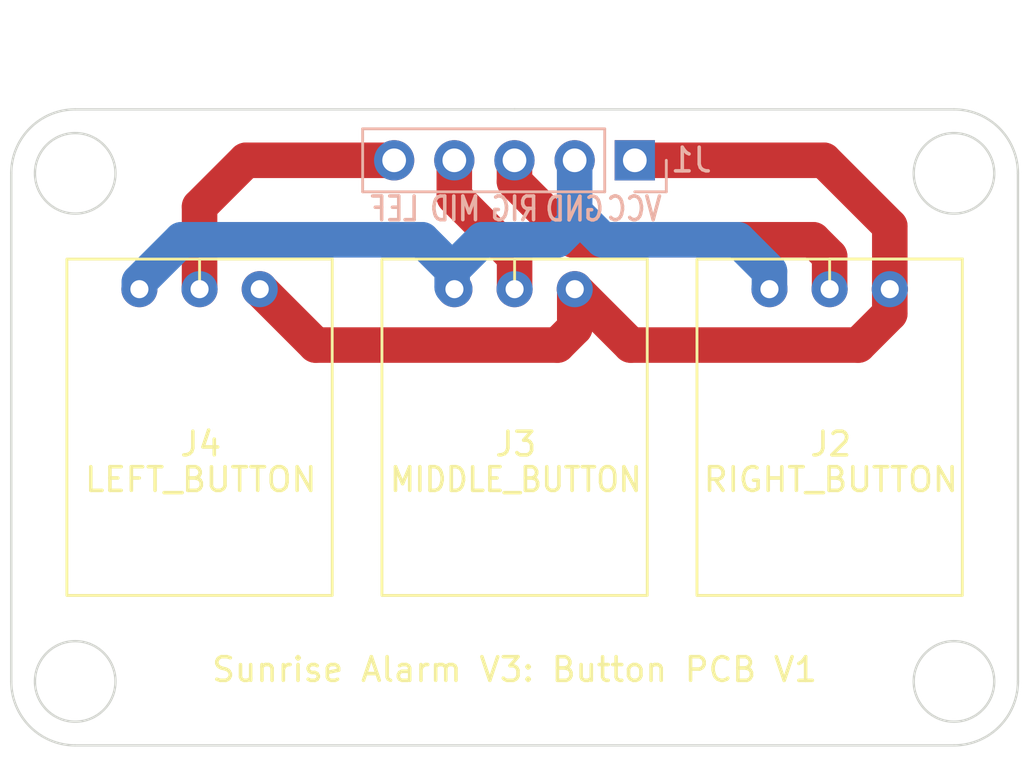
<source format=kicad_pcb>
(kicad_pcb (version 20211014) (generator pcbnew)
  (layers (0 "F.Cu" signal) (31 "B.Cu" signal) (34 "B.Paste" user) (35 "F.Paste" user) (36 "B.SilkS" user "B.Silkscreen") (37 "F.SilkS" user "F.Silkscreen") (38 "B.Mask" user) (39 "F.Mask" user) (44 "Edge.Cuts" user))
  (net 0 "")
  (net 1 "Net-(J1-Pad1)")
  (net 2 "Net-(J1-Pad2)")
  (net 3 "RIGHT_BUT")
  (net 4 "MIDDLE_BUT")
  (net 5 "LEFT_BUT")
  (footprint "TTP223:TTP223" (layer "F.Cu") (at 115.7 79)
    (fp_text reference "J4" (at 0.05 1.38 unlocked) (layer "F.SilkS"))
    (fp_text value "LEFT_BUTTON" (at 0.05 2.88 unlocked) (layer "F.SilkS"))
    (fp_line (start 0 -5.2) (end 0 -6.43) (layer "F.SilkS") (width 0.12))
    (fp_line (start 0 -6.43) (end 5.6 -6.43) (layer "F.SilkS") (width 0.12))
    (fp_rect (start 5.6 -6.43) (end -5.6 7.77) (layer "F.SilkS") (width 0.12) (fill none))
    (pad "1" thru_hole circle (at -2.54 -5.16) (size 1.524 1.524) (drill 0.762) (layers *.Cu *.Mask) (net 2 "Net-(J1-Pad2)"))
    (pad "2" thru_hole circle (at 0 -5.16) (size 1.524 1.524) (drill 0.762) (layers *.Cu *.Mask) (net 5 "LEFT_BUT"))
    (pad "3" thru_hole circle (at 2.54 -5.16) (size 1.524 1.524) (drill 0.762) (layers *.Cu *.Mask) (net 1 "Net-(J1-Pad1)"))
  )
  (footprint "TTP223:TTP223" (layer "F.Cu") (at 142.3 79)
    (fp_text reference "J2" (at 0.05 1.38 unlocked) (layer "F.SilkS"))
    (fp_text value "RIGHT_BUTTON" (at 0.05 2.88 unlocked) (layer "F.SilkS"))
    (fp_line (start 0 -6.43) (end 5.6 -6.43) (layer "F.SilkS") (width 0.12))
    (fp_line (start 0 -5.2) (end 0 -6.43) (layer "F.SilkS") (width 0.12))
    (fp_rect (start 5.6 -6.43) (end -5.6 7.77) (layer "F.SilkS") (width 0.12) (fill none))
    (pad "1" thru_hole circle (at -2.54 -5.16) (size 1.524 1.524) (drill 0.762) (layers *.Cu *.Mask) (net 2 "Net-(J1-Pad2)"))
    (pad "2" thru_hole circle (at 0 -5.16) (size 1.524 1.524) (drill 0.762) (layers *.Cu *.Mask) (net 3 "RIGHT_BUT"))
    (pad "3" thru_hole circle (at 2.54 -5.16) (size 1.524 1.524) (drill 0.762) (layers *.Cu *.Mask) (net 1 "Net-(J1-Pad1)"))
  )
  (footprint "TTP223:TTP223" (layer "F.Cu") (at 129 79)
    (fp_text reference "J3" (at 0.05 1.38 unlocked) (layer "F.SilkS"))
    (fp_text value "MIDDLE_BUTTON" (at 0.05 2.88 unlocked) (layer "F.SilkS") (effects (font (size 1 0.9))))
    (fp_line (start 0 -6.43) (end 5.6 -6.43) (layer "F.SilkS") (width 0.12))
    (fp_line (start 0 -5.2) (end 0 -6.43) (layer "F.SilkS") (width 0.12))
    (fp_rect (start 5.6 -6.43) (end -5.6 7.77) (layer "F.SilkS") (width 0.12) (fill none))
    (pad "1" thru_hole circle (at -2.54 -5.16) (size 1.524 1.524) (drill 0.762) (layers *.Cu *.Mask) (net 2 "Net-(J1-Pad2)"))
    (pad "2" thru_hole circle (at 0 -5.16) (size 1.524 1.524) (drill 0.762) (layers *.Cu *.Mask) (net 4 "MIDDLE_BUT"))
    (pad "3" thru_hole circle (at 2.54 -5.16) (size 1.524 1.524) (drill 0.762) (layers *.Cu *.Mask) (net 1 "Net-(J1-Pad1)"))
  )
  (footprint "Connector_PinHeader_2.54mm:PinHeader_1x05_P2.54mm_Vertical" (layer "B.Cu") (at 134.075 68.4 90)
    (fp_text reference "J1" (at 0.01 2.385 180) (layer "B.SilkS") (effects (justify mirror)))
    (fp_text value "Conn_01x05_Male")
    (fp_line (start -1.33 -1.27) (end 1.33 -1.27) (layer "B.SilkS") (width 0.12))
    (fp_line (start -1.33 -11.49) (end 1.33 -11.49) (layer "B.SilkS") (width 0.12))
    (fp_line (start -1.33 0) (end -1.33 1.33) (layer "B.SilkS") (width 0.12))
    (fp_line (start -1.33 1.33) (end 0 1.33) (layer "B.SilkS") (width 0.12))
    (fp_line (start 1.33 -1.27) (end 1.33 -11.49) (layer "B.SilkS") (width 0.12))
    (fp_line (start -1.33 -1.27) (end -1.33 -11.49) (layer "B.SilkS") (width 0.12))
    (pad "1" thru_hole rect (at 0 0 90) (size 1.7 1.7) (drill 1) (layers *.Cu *.Mask) (net 1 "Net-(J1-Pad1)"))
    (pad "2" thru_hole oval (at 0 -2.54 90) (size 1.7 1.7) (drill 1) (layers *.Cu *.Mask) (net 2 "Net-(J1-Pad2)"))
    (pad "3" thru_hole oval (at 0 -5.08 90) (size 1.7 1.7) (drill 1) (layers *.Cu *.Mask) (net 3 "RIGHT_BUT"))
    (pad "4" thru_hole oval (at 0 -7.62 90) (size 1.7 1.7) (drill 1) (layers *.Cu *.Mask) (net 4 "MIDDLE_BUT"))
    (pad "5" thru_hole oval (at 0 -10.16 90) (size 1.7 1.7) (drill 1) (layers *.Cu *.Mask) (net 5 "LEFT_BUT"))
  )
  (gr_line (start 129 66.25) (end 147.55 66.25) (layer "Edge.Cuts") (width 0.1))
  (gr_line (start 107.75 90.4) (end 107.75 68.95) (layer "Edge.Cuts") (width 0.1))
  (gr_arc (start 110.45 93.1) (mid 108.540812 92.309188) (end 107.75 90.4) (layer "Edge.Cuts") (width 0.1))
  (gr_line (start 150.25 68.95) (end 150.25 90.4) (layer "Edge.Cuts") (width 0.1))
  (gr_line (start 110.45 66.25) (end 129 66.25) (layer "Edge.Cuts") (width 0.1))
  (gr_arc (start 107.75 68.95) (mid 108.540812 67.040812) (end 110.45 66.25) (layer "Edge.Cuts") (width 0.1))
  (gr_arc (start 150.25 90.4) (mid 149.459188 92.309188) (end 147.55 93.1) (layer "Edge.Cuts") (width 0.1))
  (gr_circle (center 110.45 68.95) (end 112.15 68.95) (layer "Edge.Cuts") (width 0.1) (fill none))
  (gr_circle (center 110.45 90.4) (end 112.15 90.4) (layer "Edge.Cuts") (width 0.1) (fill none))
  (gr_line (start 147.55 93.1) (end 110.45 93.1) (layer "Edge.Cuts") (width 0.1))
  (gr_arc (start 147.55 66.25) (mid 149.459188 67.040812) (end 150.25 68.95) (layer "Edge.Cuts") (width 0.1))
  (gr_circle (center 147.55 68.95) (end 149.25 68.95) (layer "Edge.Cuts") (width 0.1) (fill none))
  (gr_circle (center 147.55 90.4) (end 149.25 90.4) (layer "Edge.Cuts") (width 0.1) (fill none))
  (gr_text "RIG" (at 129 70.45) (layer "B.SilkS") (effects (font (size 1 0.8)) (justify mirror)))
  (gr_text "GND" (at 131.53 70.46) (layer "B.SilkS") (effects (font (size 1 0.8)) (justify mirror)))
  (gr_text "LEF" (at 123.92 70.45) (layer "B.SilkS") (effects (font (size 1 0.8)) (justify mirror)))
  (gr_text "VCC" (at 134.05 70.45) (layer "B.SilkS") (effects (font (size 1 0.8)) (justify mirror)))
  (gr_text "MID" (at 126.49 70.45) (layer "B.SilkS") (effects (font (size 1 0.8)) (justify mirror)))
  (gr_text "Sunrise Alarm V3: Button PCB V1" (at 129 89.9) (layer "F.SilkS") (effects (font (size 1 1))))
  (segment (start 144.84 71.18) (end 144.84 73.84) (width 1.5) (layer "F.Cu") (net 1))
  (segment (start 131.54 75.47) (end 130.81 76.2) (width 1.5) (layer "F.Cu") (net 1))
  (segment (start 134.075 68.4) (end 142.06 68.4) (width 1.5) (layer "F.Cu") (net 1))
  (segment (start 144.84 73.84) (end 144.84 74.87) (width 1.5) (layer "F.Cu") (net 1))
  (segment (start 120.6 76.2) (end 118.24 73.84) (width 1.5) (layer "F.Cu") (net 1))
  (segment (start 143.51 76.2) (end 133.9 76.2) (width 1.5) (layer "F.Cu") (net 1))
  (segment (start 131.54 73.84) (end 131.54 75.47) (width 1.5) (layer "F.Cu") (net 1))
  (segment (start 142.06 68.4) (end 144.84 71.18) (width 1.5) (layer "F.Cu") (net 1))
  (segment (start 144.84 74.87) (end 143.51 76.2) (width 1.5) (layer "F.Cu") (net 1))
  (segment (start 130.81 76.2) (end 120.6 76.2) (width 1.5) (layer "F.Cu") (net 1))
  (segment (start 133.9 76.2) (end 131.54 73.84) (width 1.5) (layer "F.Cu") (net 1))
  (segment (start 126.365 73.745) (end 126.46 73.84) (width 1.5) (layer "B.Cu") (net 2))
  (segment (start 126.365 73.025) (end 126.365 73.745) (width 1.5) (layer "B.Cu") (net 2))
  (segment (start 132.715 71.755) (end 138.43 71.755) (width 1.5) (layer "B.Cu") (net 2))
  (segment (start 113.16 73.53) (end 113.16 73.84) (width 1.5) (layer "B.Cu") (net 2))
  (segment (start 131.535 70.575) (end 132.715 71.755) (width 1.5) (layer "B.Cu") (net 2))
  (segment (start 131.535 70.575) (end 131.535 71.03) (width 1.5) (layer "B.Cu") (net 2))
  (segment (start 114.935 71.755) (end 113.16 73.53) (width 1.5) (layer "B.Cu") (net 2))
  (segment (start 127.635 71.755) (end 126.365 73.025) (width 1.5) (layer "B.Cu") (net 2))
  (segment (start 125.095 71.755) (end 114.935 71.755) (width 1.5) (layer "B.Cu") (net 2))
  (segment (start 126.365 73.025) (end 125.095 71.755) (width 1.5) (layer "B.Cu") (net 2))
  (segment (start 138.43 71.755) (end 139.76 73.085) (width 1.5) (layer "B.Cu") (net 2))
  (segment (start 130.81 71.755) (end 127.635 71.755) (width 1.5) (layer "B.Cu") (net 2))
  (segment (start 139.76 73.085) (end 139.76 73.84) (width 1.5) (layer "B.Cu") (net 2))
  (segment (start 131.535 71.03) (end 130.81 71.755) (width 1.5) (layer "B.Cu") (net 2))
  (segment (start 131.535 68.4) (end 131.535 70.575) (width 1.5) (layer "B.Cu") (net 2))
  (segment (start 141.605 71.755) (end 142.3 72.45) (width 1.5) (layer "F.Cu") (net 3))
  (segment (start 128.995 68.4) (end 128.995 69.305) (width 1.5) (layer "F.Cu") (net 3))
  (segment (start 142.3 72.45) (end 142.3 73.84) (width 1.5) (layer "F.Cu") (net 3))
  (segment (start 128.995 69.305) (end 131.445 71.755) (width 1.5) (layer "F.Cu") (net 3))
  (segment (start 131.445 71.755) (end 141.605 71.755) (width 1.5) (layer "F.Cu") (net 3))
  (segment (start 126.455 68.4) (end 126.455 69.94) (width 1.5) (layer "F.Cu") (net 4))
  (segment (start 129 72.485) (end 129 73.84) (width 1.5) (layer "F.Cu") (net 4))
  (segment (start 126.455 69.94) (end 129 72.485) (width 1.5) (layer "F.Cu") (net 4))
  (segment (start 117.655 68.4) (end 115.7 70.355) (width 1.5) (layer "F.Cu") (net 5))
  (segment (start 115.7 70.355) (end 115.7 73.84) (width 1.5) (layer "F.Cu") (net 5))
  (segment (start 123.915 68.4) (end 117.655 68.4) (width 1.5) (layer "F.Cu") (net 5))
)
</source>
